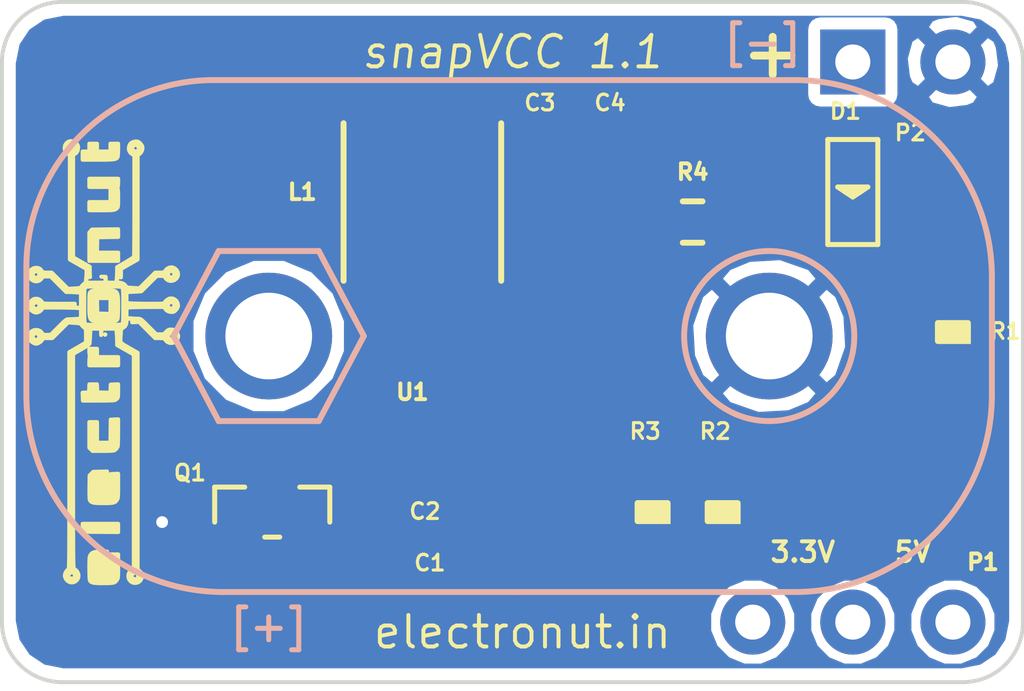
<source format=kicad_pcb>
(kicad_pcb (version 4) (host pcbnew "(2015-05-03 BZR 5637)-product")

  (general
    (links 26)
    (no_connects 24)
    (area 135.585999 96.469999 161.594001 113.842001)
    (thickness 1.6)
    (drawings 20)
    (tracks 0)
    (zones 0)
    (modules 17)
    (nets 11)
  )

  (page A4)
  (layers
    (0 F.Cu signal)
    (31 B.Cu signal)
    (32 B.Adhes user)
    (33 F.Adhes user)
    (34 B.Paste user)
    (35 F.Paste user)
    (36 B.SilkS user)
    (37 F.SilkS user)
    (38 B.Mask user)
    (39 F.Mask user)
    (40 Dwgs.User user hide)
    (41 Cmts.User user)
    (42 Eco1.User user)
    (43 Eco2.User user)
    (44 Edge.Cuts user)
    (45 Margin user)
    (46 B.CrtYd user)
    (47 F.CrtYd user)
    (48 B.Fab user)
    (49 F.Fab user)
  )

  (setup
    (last_trace_width 0.25)
    (trace_clearance 0.2)
    (zone_clearance 0.3)
    (zone_45_only no)
    (trace_min 0.2)
    (segment_width 0.2)
    (edge_width 0.1)
    (via_size 0.6)
    (via_drill 0.4)
    (via_min_size 0.4)
    (via_min_drill 0.3)
    (uvia_size 0.3)
    (uvia_drill 0.1)
    (uvias_allowed no)
    (uvia_min_size 0.2)
    (uvia_min_drill 0.1)
    (pcb_text_width 0.3)
    (pcb_text_size 1.5 1.5)
    (mod_edge_width 0.15)
    (mod_text_size 1 1)
    (mod_text_width 0.15)
    (pad_size 0.6 0.6)
    (pad_drill 0.3)
    (pad_to_mask_clearance 0)
    (aux_axis_origin 0 0)
    (visible_elements FFFFFF7F)
    (pcbplotparams
      (layerselection 0x00030_80000001)
      (usegerberextensions false)
      (excludeedgelayer true)
      (linewidth 0.100000)
      (plotframeref false)
      (viasonmask false)
      (mode 1)
      (useauxorigin false)
      (hpglpennumber 1)
      (hpglpenspeed 20)
      (hpglpendiameter 15)
      (hpglpenoverlay 2)
      (psnegative false)
      (psa4output false)
      (plotreference true)
      (plotvalue true)
      (plotinvisibletext false)
      (padsonsilk false)
      (subtractmaskfromsilk false)
      (outputformat 1)
      (mirror false)
      (drillshape 1)
      (scaleselection 1)
      (outputdirectory ""))
  )

  (net 0 "")
  (net 1 "Net-(BT1-Pad1)")
  (net 2 GND)
  (net 3 "Net-(C1-Pad1)")
  (net 4 "Net-(C3-Pad1)")
  (net 5 "Net-(L1-Pad1)")
  (net 6 "Net-(P1-Pad3)")
  (net 7 "Net-(P1-Pad1)")
  (net 8 "Net-(P1-Pad2)")
  (net 9 "Net-(D1-Pad1)")
  (net 10 "Net-(U1-Pad1)")

  (net_class Default "This is the default net class."
    (clearance 0.2)
    (trace_width 0.25)
    (via_dia 0.6)
    (via_drill 0.4)
    (uvia_dia 0.3)
    (uvia_drill 0.1)
    (add_net GND)
    (add_net "Net-(BT1-Pad1)")
    (add_net "Net-(C1-Pad1)")
    (add_net "Net-(C3-Pad1)")
    (add_net "Net-(D1-Pad1)")
    (add_net "Net-(L1-Pad1)")
    (add_net "Net-(P1-Pad1)")
    (add_net "Net-(P1-Pad2)")
    (add_net "Net-(P1-Pad3)")
    (add_net "Net-(U1-Pad1)")
  )

  (module PINHEAD1-3 (layer F.Cu) (tedit 56035599) (tstamp 56035413)
    (at 157.226 112.268)
    (path /560149B5)
    (attr virtual)
    (fp_text reference P1 (at 3.302 -1.524) (layer F.SilkS)
      (effects (font (size 0.4 0.4) (thickness 0.1)))
    )
    (fp_text value CONN_01X03 (at 0 3.81) (layer F.Fab) hide
      (effects (font (size 1 1) (thickness 0.15)))
    )
    (pad 1 thru_hole circle (at -2.54 0) (size 1.65 1.65) (drill 0.889) (layers *.Cu *.Mask)
      (net 7 "Net-(P1-Pad1)"))
    (pad 2 thru_hole circle (at 0 0) (size 1.651 1.651) (drill 0.889) (layers *.Cu *.Mask)
      (net 8 "Net-(P1-Pad2)"))
    (pad 3 thru_hole circle (at 2.54 0) (size 1.651 1.651) (drill 0.889) (layers *.Cu *.Mask)
      (net 6 "Net-(P1-Pad3)"))
  )

  (module snapVCC_lib:H2-2.54 (layer F.Cu) (tedit 5603564F) (tstamp 56021490)
    (at 158.496 98.044 90)
    (path /5601496D)
    (fp_text reference P2 (at -2.032 -0.254 360) (layer F.SilkS)
      (effects (font (size 0.4 0.4) (thickness 0.08)) (justify left bottom))
    )
    (fp_text value CONN_01X02 (at 1.65 -0.85 180) (layer F.SilkS) hide
      (effects (font (size 0.4 0.4) (thickness 0.08)) (justify right top))
    )
    (pad 1 thru_hole rect (at 0 -1.27 90) (size 1.651 1.651) (drill 0.889) (layers *.Cu *.Mask)
      (net 4 "Net-(C3-Pad1)"))
    (pad 2 thru_hole circle (at 0 1.27 90) (size 1.651 1.651) (drill 0.889) (layers *.Cu *.Mask)
      (net 2 GND))
  )

  (module Housings_SOT-23_SOT-143_TSOT-6:SOT-23-5 (layer F.Cu) (tedit 56024A11) (tstamp 560214B8)
    (at 148.844 106.426 270)
    (descr "5-pin SOT23 package")
    (tags SOT-23-5)
    (path /5601357D)
    (attr smd)
    (fp_text reference U1 (at 0 2.794 360) (layer F.SilkS)
      (effects (font (size 0.4 0.4) (thickness 0.1)))
    )
    (fp_text value TPS560200 (at -0.05 2.35 270) (layer F.Fab) hide
      (effects (font (size 1 1) (thickness 0.15)))
    )
    (fp_line (start -1.8 -1.6) (end 1.8 -1.6) (layer F.CrtYd) (width 0.05))
    (fp_line (start 1.8 -1.6) (end 1.8 1.6) (layer F.CrtYd) (width 0.05))
    (fp_line (start 1.8 1.6) (end -1.8 1.6) (layer F.CrtYd) (width 0.05))
    (fp_line (start -1.8 1.6) (end -1.8 -1.6) (layer F.CrtYd) (width 0.05))
    (pad 1 smd rect (at -1.1 -0.95 270) (size 1.06 0.65) (layers F.Cu F.Paste F.Mask)
      (net 10 "Net-(U1-Pad1)"))
    (pad 2 smd rect (at -1.1 0 270) (size 1.06 0.65) (layers F.Cu F.Paste F.Mask)
      (net 2 GND))
    (pad 3 smd rect (at -1.1 0.95 270) (size 1.06 0.65) (layers F.Cu F.Paste F.Mask)
      (net 5 "Net-(L1-Pad1)"))
    (pad 4 smd rect (at 1.1 0.95 270) (size 1.06 0.65) (layers F.Cu F.Paste F.Mask)
      (net 3 "Net-(C1-Pad1)"))
    (pad 5 smd rect (at 1.1 -0.95 270) (size 1.06 0.65) (layers F.Cu F.Paste F.Mask)
      (net 8 "Net-(P1-Pad2)"))
    (model Housings_SOT-23_SOT-143_TSOT-6.3dshapes/SOT-23-5.wrl
      (at (xyz 0 0 0))
      (scale (xyz 0.11 0.11 0.11))
      (rotate (xyz 0 0 90))
    )
  )

  (module snapVCC_lib:LED-0603 (layer F.Cu) (tedit 560250AA) (tstamp 5602147B)
    (at 157.226 101.346 270)
    (path /56016668)
    (fp_text reference D1 (at -2.286 -0.254 360) (layer F.SilkS)
      (effects (font (size 0.4 0.4) (thickness 0.08)) (justify right top))
    )
    (fp_text value LED (at 0.762 0.889 270) (layer F.SilkS) hide
      (effects (font (size 0.4 0.4) (thickness 0.08)) (justify right top))
    )
    (fp_line (start -1.3335 -0.635) (end 1.3335 -0.635) (layer F.SilkS) (width 0.127))
    (fp_line (start 1.3335 -0.635) (end 1.3335 0.635) (layer F.SilkS) (width 0.127))
    (fp_line (start 1.3335 0.635) (end -1.3335 0.635) (layer F.SilkS) (width 0.127))
    (fp_line (start -1.3335 0.635) (end -1.3335 -0.635) (layer F.SilkS) (width 0.127))
    (fp_line (start -0.127 -0.381) (end -0.127 0.381) (layer F.SilkS) (width 0.127))
    (fp_line (start -0.127 0.381) (end 0 0.1905) (layer F.SilkS) (width 0.127))
    (fp_line (start 0 0.1905) (end 0.127 0) (layer F.SilkS) (width 0.127))
    (fp_line (start 0.127 0) (end 0 -0.1905) (layer F.SilkS) (width 0.127))
    (fp_line (start 0 -0.1905) (end -0.127 -0.381) (layer F.SilkS) (width 0.127))
    (fp_line (start -0.0635 -0.254) (end -0.0635 0.254) (layer F.SilkS) (width 0.127))
    (fp_line (start 0 -0.1905) (end 0 0.1905) (layer F.SilkS) (width 0.127))
    (pad 2 smd rect (at -0.762 0 270) (size 0.762 0.889) (layers F.Cu F.Paste F.Mask)
      (net 4 "Net-(C3-Pad1)"))
    (pad 1 smd rect (at 0.762 0 270) (size 0.762 0.889) (layers F.Cu F.Paste F.Mask)
      (net 9 "Net-(D1-Pad1)"))
  )

  (module snapVCC_lib:KEY967 (layer B.Cu) (tedit 56035547) (tstamp 5602145D)
    (at 148.7551 105.0036)
    (path /56012F4C)
    (fp_text reference BT1 (at 0.0489 -0.0464) (layer B.SilkS) hide
      (effects (font (size 0.4 0.4) (thickness 0.08)) (justify mirror))
    )
    (fp_text value "Battery Holder" (at -0.0011 0.7536) (layer B.SilkS) hide
      (effects (font (size 0.4 0.4) (thickness 0.08)) (justify mirror))
    )
    (fp_line (start -5.08 2.159) (end -3.937 0) (layer B.SilkS) (width 0.15))
    (fp_line (start -3.937 0) (end -5.08 -2.159) (layer B.SilkS) (width 0.15))
    (fp_line (start -7.62 2.159) (end -5.08 2.159) (layer B.SilkS) (width 0.15))
    (fp_line (start -7.62 -2.159) (end -5.08 -2.159) (layer B.SilkS) (width 0.15))
    (fp_line (start -7.62 2.159) (end -8.763 0) (layer B.SilkS) (width 0.15))
    (fp_line (start -8.763 0) (end -7.62 -2.159) (layer B.SilkS) (width 0.15))
    (fp_circle (center 6.35 0) (end 4.191 0) (layer B.SilkS) (width 0.15))
    (fp_arc (start 7 -1.5) (end 12 -1.5) (angle -90) (layer B.SilkS) (width 0.15))
    (fp_arc (start 7 1.5) (end 7 6.5) (angle -90) (layer B.SilkS) (width 0.15))
    (fp_line (start 12 0) (end 12 1.5) (layer B.SilkS) (width 0.15))
    (fp_line (start 12 0) (end 12 -1.5) (layer B.SilkS) (width 0.15))
    (fp_line (start 0 6.5) (end 7 6.5) (layer B.SilkS) (width 0.15))
    (fp_line (start 0 -6.5) (end 7 -6.5) (layer B.SilkS) (width 0.15))
    (fp_line (start -7.75 -6.5) (end 0 -6.5) (layer B.SilkS) (width 0.15))
    (fp_arc (start -7.75 -1.75) (end -7.75 -6.5) (angle -90) (layer B.SilkS) (width 0.15))
    (fp_line (start -12.5 1.5) (end -12.5 -1.75) (layer B.SilkS) (width 0.15))
    (fp_arc (start -7.5 1.5) (end -12.5 1.5) (angle -90) (layer B.SilkS) (width 0.15))
    (fp_line (start 0 6.5) (end -7.5 6.5) (layer B.SilkS) (width 0.15))
    (fp_text user [+] (at -6.35 7.366) (layer B.SilkS)
      (effects (font (size 0.762 0.762) (thickness 0.127)) (justify mirror))
    )
    (fp_text user [-] (at 6.1849 -7.4676) (layer B.SilkS)
      (effects (font (size 0.762 0.762) (thickness 0.127)) (justify mirror))
    )
    (pad 1 thru_hole circle (at -6.35 0) (size 3.216 3.216) (drill 2.2) (layers *.Cu *.Mask)
      (net 1 "Net-(BT1-Pad1)"))
    (pad 2 thru_hole circle (at 6.35 0) (size 3.216 3.216) (drill 2.2) (layers *.Cu *.Mask)
      (net 2 GND))
  )

  (module snapVCC_lib:0603-CAP (layer F.Cu) (tedit 560253C7) (tstamp 56021463)
    (at 148.59 110.744)
    (path /56013D58)
    (fp_text reference C1 (at -2.54 0.254) (layer F.SilkS)
      (effects (font (size 0.4 0.4) (thickness 0.08)) (justify left bottom))
    )
    (fp_text value 10uF (at -1.016 1.143) (layer F.SilkS) hide
      (effects (font (size 0.4 0.4) (thickness 0.08)) (justify left bottom))
    )
    (fp_poly (pts (xy -0.8382 0.4699) (xy -0.3381 0.4699) (xy -0.3381 -0.4801) (xy -0.8382 -0.4801)) (layer Dwgs.User) (width 0.15))
    (fp_poly (pts (xy 0.3302 0.4699) (xy 0.8303 0.4699) (xy 0.8303 -0.4801) (xy 0.3302 -0.4801)) (layer Dwgs.User) (width 0.15))
    (fp_poly (pts (xy -0.1999 0.3) (xy 0.1999 0.3) (xy 0.1999 -0.3) (xy -0.1999 -0.3)) (layer F.Adhes) (width 0.15))
    (pad 1 smd rect (at -0.85 0) (size 1.1 1) (layers F.Cu F.Paste F.Mask)
      (net 3 "Net-(C1-Pad1)"))
    (pad 2 smd rect (at 0.85 0) (size 1.1 1) (layers F.Cu F.Paste F.Mask)
      (net 2 GND))
  )

  (module snapVCC_lib:0402-CAP (layer F.Cu) (tedit 560253C3) (tstamp 56021469)
    (at 148.59 109.22)
    (descr "<b>CAPACITOR</b><p> chip")
    (path /56013D93)
    (attr smd)
    (fp_text reference C2 (at -1.778 0) (layer F.SilkS)
      (effects (font (size 0.4 0.4) (thickness 0.08)) (justify right top))
    )
    (fp_text value 0.1uF (at 0.45 0.6) (layer F.SilkS) hide
      (effects (font (size 0.4 0.4) (thickness 0.08)) (justify right top))
    )
    (fp_poly (pts (xy -0.554 0.3048) (xy -0.254 0.3048) (xy -0.254 -0.2951) (xy -0.554 -0.2951)) (layer Dwgs.User) (width 0.15))
    (fp_poly (pts (xy 0.2588 0.3048) (xy 0.5588 0.3048) (xy 0.5588 -0.2951) (xy 0.2588 -0.2951)) (layer Dwgs.User) (width 0.15))
    (fp_poly (pts (xy -0.1999 0.3) (xy 0.1999 0.3) (xy 0.1999 -0.3) (xy -0.1999 -0.3)) (layer F.Adhes) (width 0.15))
    (pad 1 smd rect (at -0.65 0) (size 0.7 0.9) (layers F.Cu F.Paste F.Mask)
      (net 3 "Net-(C1-Pad1)"))
    (pad 2 smd rect (at 0.65 0) (size 0.7 0.9) (layers F.Cu F.Paste F.Mask)
      (net 2 GND))
  )

  (module snapVCC_lib:0603-CAP (layer F.Cu) (tedit 56024B17) (tstamp 5602146F)
    (at 149.352 101.346 270)
    (path /56013DB4)
    (fp_text reference C3 (at -2.032 0.508 540) (layer F.SilkS)
      (effects (font (size 0.4 0.4) (thickness 0.08)) (justify left bottom))
    )
    (fp_text value 10uF (at -1.016 1.143 270) (layer F.SilkS) hide
      (effects (font (size 0.4 0.4) (thickness 0.08)) (justify left bottom))
    )
    (fp_poly (pts (xy -0.8382 0.4699) (xy -0.3381 0.4699) (xy -0.3381 -0.4801) (xy -0.8382 -0.4801)) (layer Dwgs.User) (width 0.15))
    (fp_poly (pts (xy 0.3302 0.4699) (xy 0.8303 0.4699) (xy 0.8303 -0.4801) (xy 0.3302 -0.4801)) (layer Dwgs.User) (width 0.15))
    (fp_poly (pts (xy -0.1999 0.3) (xy 0.1999 0.3) (xy 0.1999 -0.3) (xy -0.1999 -0.3)) (layer F.Adhes) (width 0.15))
    (pad 1 smd rect (at -0.85 0 270) (size 1.1 1) (layers F.Cu F.Paste F.Mask)
      (net 4 "Net-(C3-Pad1)"))
    (pad 2 smd rect (at 0.85 0 270) (size 1.1 1) (layers F.Cu F.Paste F.Mask)
      (net 2 GND))
  )

  (module snapVCC_lib:0603-CAP (layer F.Cu) (tedit 560253F3) (tstamp 56021475)
    (at 151.13 101.346 270)
    (path /56013DDC)
    (fp_text reference C4 (at -2.032 0.508 360) (layer F.SilkS)
      (effects (font (size 0.4 0.4) (thickness 0.08)) (justify left bottom))
    )
    (fp_text value 10uF (at -1.016 1.143 270) (layer F.SilkS) hide
      (effects (font (size 0.4 0.4) (thickness 0.08)) (justify left bottom))
    )
    (fp_poly (pts (xy -0.8382 0.4699) (xy -0.3381 0.4699) (xy -0.3381 -0.4801) (xy -0.8382 -0.4801)) (layer Dwgs.User) (width 0.15))
    (fp_poly (pts (xy 0.3302 0.4699) (xy 0.8303 0.4699) (xy 0.8303 -0.4801) (xy 0.3302 -0.4801)) (layer Dwgs.User) (width 0.15))
    (fp_poly (pts (xy -0.1999 0.3) (xy 0.1999 0.3) (xy 0.1999 -0.3) (xy -0.1999 -0.3)) (layer F.Adhes) (width 0.15))
    (pad 1 smd rect (at -0.85 0 270) (size 1.1 1) (layers F.Cu F.Paste F.Mask)
      (net 4 "Net-(C3-Pad1)"))
    (pad 2 smd rect (at 0.85 0 270) (size 1.1 1) (layers F.Cu F.Paste F.Mask)
      (net 2 GND))
  )

  (module snapVCC_lib:L-4mm (layer F.Cu) (tedit 56024767) (tstamp 56021483)
    (at 146.304 101.6 90)
    (path /56013F11)
    (fp_text reference L1 (at 0.254 -3.048 180) (layer F.SilkS)
      (effects (font (size 0.4 0.4) (thickness 0.1)))
    )
    (fp_text value 10uH (at 0 -3.81 90) (layer F.Fab) hide
      (effects (font (size 1 1) (thickness 0.15)))
    )
    (fp_line (start -2 2) (end 2 2) (layer F.SilkS) (width 0.15))
    (fp_line (start -2 -2) (end 2 -2) (layer F.SilkS) (width 0.15))
    (pad 1 smd rect (at -2 0 90) (size 1.2 3.7) (layers F.Cu F.Paste F.Mask)
      (net 5 "Net-(L1-Pad1)"))
    (pad 2 smd rect (at 2 0 90) (size 1.2 3.7) (layers F.Cu F.Paste F.Mask)
      (net 4 "Net-(C3-Pad1)"))
  )

  (module snapVCC_lib:SOT23 (layer F.Cu) (tedit 56024759) (tstamp 56021497)
    (at 142.494 109.474)
    (descr <b>SOT23</b>)
    (path /56012F07)
    (fp_text reference Q1 (at -2.54 -0.762) (layer F.SilkS)
      (effects (font (size 0.4 0.4) (thickness 0.08)) (justify left bottom))
    )
    (fp_text value IRLML9301TRPbF (at -0.508 0.254) (layer F.SilkS) hide
      (effects (font (size 0.4 0.4) (thickness 0.08)) (justify left bottom))
    )
    (fp_line (start -0.1905 0.635) (end 0.1905 0.635) (layer F.SilkS) (width 0.127))
    (fp_line (start 1.4605 0.254) (end 1.4605 -0.635) (layer F.SilkS) (width 0.127))
    (fp_line (start 1.4605 -0.635) (end 0.6985 -0.635) (layer F.SilkS) (width 0.127))
    (fp_line (start -0.6985 -0.635) (end -1.4605 -0.635) (layer F.SilkS) (width 0.127))
    (fp_line (start -1.4605 -0.635) (end -1.4605 0.254) (layer F.SilkS) (width 0.127))
    (fp_poly (pts (xy -0.2286 -0.7112) (xy 0.2286 -0.7112) (xy 0.2286 -1.2954) (xy -0.2286 -1.2954)) (layer Dwgs.User) (width 0.15))
    (fp_poly (pts (xy 0.7112 1.2954) (xy 1.1684 1.2954) (xy 1.1684 0.7112) (xy 0.7112 0.7112)) (layer Dwgs.User) (width 0.15))
    (fp_poly (pts (xy -1.1684 1.2954) (xy -0.7112 1.2954) (xy -0.7112 0.7112) (xy -1.1684 0.7112)) (layer Dwgs.User) (width 0.15))
    (pad 3 smd rect (at 0 -1.016) (size 1.016 1.143) (layers F.Cu F.Paste F.Mask)
      (net 1 "Net-(BT1-Pad1)"))
    (pad 2 smd rect (at 0.889 1.016) (size 1.016 1.143) (layers F.Cu F.Paste F.Mask)
      (net 3 "Net-(C1-Pad1)"))
    (pad 1 smd rect (at -0.889 1.016 180) (size 1.016 1.143) (layers F.Cu F.Paste F.Mask)
      (net 2 GND))
  )

  (module snapVCC_lib:0603-RES (layer F.Cu) (tedit 560253E6) (tstamp 5602149D)
    (at 159.766 104.902 270)
    (path /56013E03)
    (fp_text reference R1 (at -0.254 -1.778 360) (layer F.SilkS)
      (effects (font (size 0.4 0.4) (thickness 0.08)) (justify right top))
    )
    (fp_text value 62 (at 0.4 -1.05 270) (layer F.SilkS) hide
      (effects (font (size 0.4 0.4) (thickness 0.08)) (justify right top))
    )
    (fp_poly (pts (xy -0.8382 0.4699) (xy -0.3381 0.4699) (xy -0.3381 -0.4801) (xy -0.8382 -0.4801)) (layer Dwgs.User) (width 0.15))
    (fp_poly (pts (xy 0.3302 0.4699) (xy 0.8303 0.4699) (xy 0.8303 -0.4801) (xy 0.3302 -0.4801)) (layer Dwgs.User) (width 0.15))
    (fp_poly (pts (xy -0.1999 0.3) (xy 0.1999 0.3) (xy 0.1999 -0.3) (xy -0.1999 -0.3)) (layer F.Adhes) (width 0.15))
    (fp_poly (pts (xy -0.2286 0.381) (xy 0.2286 0.381) (xy 0.2286 -0.381) (xy -0.2286 -0.381)) (layer F.SilkS) (width 0.15))
    (pad 1 smd rect (at -0.85 0 270) (size 1.1 1) (layers F.Cu F.Paste F.Mask)
      (net 4 "Net-(C3-Pad1)"))
    (pad 2 smd rect (at 0.85 0 270) (size 1.1 1) (layers F.Cu F.Paste F.Mask)
      (net 6 "Net-(P1-Pad3)"))
  )

  (module snapVCC_lib:0603-RES (layer F.Cu) (tedit 560253D9) (tstamp 560214A3)
    (at 153.924 109.474 270)
    (path /56013E3C)
    (fp_text reference R2 (at -2.286 -0.254 360) (layer F.SilkS)
      (effects (font (size 0.4 0.4) (thickness 0.08)) (justify right top))
    )
    (fp_text value 43 (at 0.4 -1.05 270) (layer F.SilkS) hide
      (effects (font (size 0.4 0.4) (thickness 0.08)) (justify right top))
    )
    (fp_poly (pts (xy -0.8382 0.4699) (xy -0.3381 0.4699) (xy -0.3381 -0.4801) (xy -0.8382 -0.4801)) (layer Dwgs.User) (width 0.15))
    (fp_poly (pts (xy 0.3302 0.4699) (xy 0.8303 0.4699) (xy 0.8303 -0.4801) (xy 0.3302 -0.4801)) (layer Dwgs.User) (width 0.15))
    (fp_poly (pts (xy -0.1999 0.3) (xy 0.1999 0.3) (xy 0.1999 -0.3) (xy -0.1999 -0.3)) (layer F.Adhes) (width 0.15))
    (fp_poly (pts (xy -0.2286 0.381) (xy 0.2286 0.381) (xy 0.2286 -0.381) (xy -0.2286 -0.381)) (layer F.SilkS) (width 0.15))
    (pad 1 smd rect (at -0.85 0 270) (size 1.1 1) (layers F.Cu F.Paste F.Mask)
      (net 6 "Net-(P1-Pad3)"))
    (pad 2 smd rect (at 0.85 0 270) (size 1.1 1) (layers F.Cu F.Paste F.Mask)
      (net 8 "Net-(P1-Pad2)"))
  )

  (module snapVCC_lib:0603-RES (layer F.Cu) (tedit 560253D1) (tstamp 560214A9)
    (at 152.146 109.474 270)
    (path /56013E65)
    (fp_text reference R3 (at -2.286 -0.254 360) (layer F.SilkS)
      (effects (font (size 0.4 0.4) (thickness 0.08)) (justify right top))
    )
    (fp_text value 20k (at 0.4 -1.05 270) (layer F.SilkS) hide
      (effects (font (size 0.4 0.4) (thickness 0.08)) (justify right top))
    )
    (fp_poly (pts (xy -0.8382 0.4699) (xy -0.3381 0.4699) (xy -0.3381 -0.4801) (xy -0.8382 -0.4801)) (layer Dwgs.User) (width 0.15))
    (fp_poly (pts (xy 0.3302 0.4699) (xy 0.8303 0.4699) (xy 0.8303 -0.4801) (xy 0.3302 -0.4801)) (layer Dwgs.User) (width 0.15))
    (fp_poly (pts (xy -0.1999 0.3) (xy 0.1999 0.3) (xy 0.1999 -0.3) (xy -0.1999 -0.3)) (layer F.Adhes) (width 0.15))
    (fp_poly (pts (xy -0.2286 0.381) (xy 0.2286 0.381) (xy 0.2286 -0.381) (xy -0.2286 -0.381)) (layer F.SilkS) (width 0.15))
    (pad 1 smd rect (at -0.85 0 270) (size 1.1 1) (layers F.Cu F.Paste F.Mask)
      (net 8 "Net-(P1-Pad2)"))
    (pad 2 smd rect (at 0.85 0 270) (size 1.1 1) (layers F.Cu F.Paste F.Mask)
      (net 2 GND))
  )

  (module Resistors_SMD:R_0402 (layer F.Cu) (tedit 560250B2) (tstamp 560214AF)
    (at 153.162 102.108 180)
    (descr "Resistor SMD 0402, reflow soldering, Vishay (see dcrcw.pdf)")
    (tags "resistor 0402")
    (path /56016631)
    (attr smd)
    (fp_text reference R4 (at 0 1.27 180) (layer F.SilkS)
      (effects (font (size 0.4 0.4) (thickness 0.1)))
    )
    (fp_text value 3.1k (at 0 1.8 180) (layer F.Fab) hide
      (effects (font (size 1 1) (thickness 0.15)))
    )
    (fp_line (start -0.95 -0.65) (end 0.95 -0.65) (layer F.CrtYd) (width 0.05))
    (fp_line (start -0.95 0.65) (end 0.95 0.65) (layer F.CrtYd) (width 0.05))
    (fp_line (start -0.95 -0.65) (end -0.95 0.65) (layer F.CrtYd) (width 0.05))
    (fp_line (start 0.95 -0.65) (end 0.95 0.65) (layer F.CrtYd) (width 0.05))
    (fp_line (start 0.25 -0.525) (end -0.25 -0.525) (layer F.SilkS) (width 0.15))
    (fp_line (start -0.25 0.525) (end 0.25 0.525) (layer F.SilkS) (width 0.15))
    (pad 1 smd rect (at -0.45 0 180) (size 0.4 0.6) (layers F.Cu F.Paste F.Mask)
      (net 9 "Net-(D1-Pad1)"))
    (pad 2 smd rect (at 0.45 0 180) (size 0.4 0.6) (layers F.Cu F.Paste F.Mask)
      (net 2 GND))
    (model Resistors_SMD.3dshapes/R_0402.wrl
      (at (xyz 0 0 0))
      (scale (xyz 1 1 1))
      (rotate (xyz 0 0 0))
    )
  )

  (module snapVCC_lib:via (layer F.Cu) (tedit 56022A20) (tstamp 56022995)
    (at 139.7 109.728)
    (fp_text reference via (at 0 -0.508) (layer F.SilkS) hide
      (effects (font (size 0.4 0.4) (thickness 0.08)))
    )
    (fp_text value VAL** (at 0 0.508) (layer F.SilkS) hide
      (effects (font (size 0.4 0.4) (thickness 0.08)))
    )
    (pad 1 thru_hole circle (at 0 0) (size 0.6 0.6) (drill 0.3) (layers *.Cu)
      (net 2 GND) (zone_connect 2))
  )

  (module snapVCC_lib:logo-12mm (layer F.Cu) (tedit 0) (tstamp 56024A73)
    (at 138.176 105.664 90)
    (fp_text reference G*** (at 0 0 90) (layer F.SilkS) hide
      (effects (font (thickness 0.3)))
    )
    (fp_text value LOGO (at 0.75 0 90) (layer F.SilkS) hide
      (effects (font (thickness 0.3)))
    )
    (fp_poly (pts (xy 5.611578 -0.801058) (xy 5.607527 -0.741239) (xy 5.580553 -0.683352) (xy 5.553418 -0.652639)
      (xy 5.515545 -0.622962) (xy 5.515545 -0.794409) (xy 5.500017 -0.833232) (xy 5.49527 -0.838603)
      (xy 5.458356 -0.858239) (xy 5.415359 -0.858086) (xy 5.378415 -0.839035) (xy 5.370078 -0.829416)
      (xy 5.350044 -0.784561) (xy 5.357407 -0.744219) (xy 5.376333 -0.719666) (xy 5.417545 -0.695074)
      (xy 5.461453 -0.696635) (xy 5.491639 -0.714798) (xy 5.51262 -0.750458) (xy 5.515545 -0.794409)
      (xy 5.515545 -0.622962) (xy 5.514765 -0.62235) (xy 5.47725 -0.609133) (xy 5.439544 -0.606778)
      (xy 5.368221 -0.618019) (xy 5.313955 -0.651692) (xy 5.283527 -0.69354) (xy 5.262719 -0.733778)
      (xy 3.961287 -0.733778) (xy 2.659854 -0.733778) (xy 2.539954 -0.522585) (xy 2.420055 -0.311393)
      (xy 2.304793 -0.310919) (xy 2.24855 -0.309819) (xy 2.202041 -0.307322) (xy 2.173455 -0.303914)
      (xy 2.169991 -0.302947) (xy 2.157398 -0.304383) (xy 2.154552 -0.325755) (xy 2.15627 -0.34528)
      (xy 2.162087 -0.395111) (xy 2.089988 -0.395111) (xy 2.017889 -0.395111) (xy 2.017889 -0.155222)
      (xy 2.017889 0.084667) (xy 2.087592 0.084667) (xy 2.157296 0.084667) (xy 2.163358 0.03175)
      (xy 2.16942 -0.021166) (xy 2.167738 0.035278) (xy 2.166055 0.091722) (xy 2.091972 0.095988)
      (xy 2.017889 0.100253) (xy 2.017889 0.2315) (xy 2.017889 0.362748) (xy 2.125851 0.371874)
      (xy 2.194388 0.376588) (xy 2.266698 0.379885) (xy 2.322023 0.381) (xy 2.410232 0.381)
      (xy 2.531622 0.591181) (xy 2.572803 0.660805) (xy 2.61066 0.721704) (xy 2.642428 0.769668)
      (xy 2.665341 0.800484) (xy 2.675271 0.809903) (xy 2.692375 0.811158) (xy 2.735667 0.812358)
      (xy 2.803114 0.813488) (xy 2.892682 0.814536) (xy 3.002339 0.815489) (xy 3.13005 0.816332)
      (xy 3.273781 0.817053) (xy 3.4315 0.817638) (xy 3.601173 0.818074) (xy 3.780766 0.818347)
      (xy 3.968245 0.818445) (xy 3.973069 0.818445) (xy 5.248608 0.818445) (xy 5.269855 0.777357)
      (xy 5.312526 0.720638) (xy 5.368333 0.686504) (xy 5.42127 0.677334) (xy 5.493927 0.68895)
      (xy 5.549578 0.722418) (xy 5.586186 0.775662) (xy 5.601712 0.846607) (xy 5.602111 0.861488)
      (xy 5.597499 0.905014) (xy 5.57956 0.939817) (xy 5.554965 0.967191) (xy 5.517395 0.998351)
      (xy 5.513449 1.00063) (xy 5.513449 0.851769) (xy 5.505963 0.812317) (xy 5.481356 0.782126)
      (xy 5.445149 0.766719) (xy 5.402865 0.77162) (xy 5.384482 0.781153) (xy 5.3549 0.815581)
      (xy 5.348675 0.861089) (xy 5.362718 0.904039) (xy 5.388951 0.926965) (xy 5.426948 0.932853)
      (xy 5.466508 0.922386) (xy 5.497429 0.896248) (xy 5.498292 0.894962) (xy 5.513449 0.851769)
      (xy 5.513449 1.00063) (xy 5.479306 1.020352) (xy 5.467674 1.024412) (xy 5.411425 1.025695)
      (xy 5.352942 1.006846) (xy 5.30353 0.972498) (xy 5.284838 0.949516) (xy 5.256389 0.904198)
      (xy 3.929944 0.90318) (xy 2.6035 0.902163) (xy 2.483601 0.69097) (xy 2.363701 0.479778)
      (xy 2.257128 0.479778) (xy 2.150556 0.479778) (xy 2.156322 0.430389) (xy 2.162087 0.381)
      (xy 2.089988 0.381) (xy 2.017889 0.381) (xy 2.017889 0.431784) (xy 2.008249 0.494495)
      (xy 1.982497 0.55106) (xy 1.945388 0.59209) (xy 1.932734 0.599975) (xy 1.919111 0.607894)
      (xy 1.919111 0.044785) (xy 1.918975 -0.080563) (xy 1.91847 -0.180708) (xy 1.917443 -0.258666)
      (xy 1.915747 -0.317455) (xy 1.913231 -0.360092) (xy 1.909745 -0.389596) (xy 1.90514 -0.408983)
      (xy 1.899266 -0.42127) (xy 1.895757 -0.42575) (xy 1.887505 -0.433011) (xy 1.875303 -0.438772)
      (xy 1.862666 -0.441687) (xy 1.862666 -0.612646) (xy 1.862666 -0.613833) (xy 1.861956 -0.658202)
      (xy 1.857297 -0.681296) (xy 1.844902 -0.690061) (xy 1.82098 -0.691444) (xy 1.820333 -0.691444)
      (xy 1.796132 -0.690141) (xy 1.783535 -0.6816) (xy 1.778754 -0.658875) (xy 1.778 -0.61502)
      (xy 1.778 -0.613833) (xy 1.778711 -0.569464) (xy 1.783369 -0.54637) (xy 1.795765 -0.537605)
      (xy 1.819686 -0.536222) (xy 1.820333 -0.536222) (xy 1.844534 -0.537525) (xy 1.857131 -0.546066)
      (xy 1.861912 -0.568791) (xy 1.862666 -0.612646) (xy 1.862666 -0.441687) (xy 1.85608 -0.443206)
      (xy 1.826765 -0.446484) (xy 1.784287 -0.448778) (xy 1.725574 -0.450261) (xy 1.647555 -0.451103)
      (xy 1.547159 -0.451477) (xy 1.434729 -0.451555) (xy 1.310452 -0.451417) (xy 1.211352 -0.450898)
      (xy 1.134386 -0.449847) (xy 1.086555 -0.448412) (xy 1.086555 -0.612646) (xy 1.086555 -0.613833)
      (xy 1.085844 -0.658202) (xy 1.081186 -0.681296) (xy 1.06879 -0.690061) (xy 1.044869 -0.691444)
      (xy 1.044222 -0.691444) (xy 1.020021 -0.690141) (xy 1.007424 -0.6816) (xy 1.002643 -0.658875)
      (xy 1.001889 -0.61502) (xy 1.001889 -0.613833) (xy 1.002599 -0.569464) (xy 1.007258 -0.54637)
      (xy 1.019653 -0.537605) (xy 1.043575 -0.536222) (xy 1.044222 -0.536222) (xy 1.068423 -0.537525)
      (xy 1.08102 -0.546066) (xy 1.085801 -0.568791) (xy 1.086555 -0.612646) (xy 1.086555 -0.448412)
      (xy 1.07651 -0.44811) (xy 1.03468 -0.445532) (xy 1.005851 -0.441962) (xy 0.986981 -0.437245)
      (xy 0.975025 -0.431229) (xy 0.97125 -0.428202) (xy 0.964041 -0.420013) (xy 0.95831 -0.407903)
      (xy 0.953887 -0.388828) (xy 0.950606 -0.359741) (xy 0.948298 -0.3176) (xy 0.946796 -0.25936)
      (xy 0.945931 -0.181975) (xy 0.945537 -0.082402) (xy 0.945444 0.039882) (xy 0.94558 0.16523)
      (xy 0.946085 0.265375) (xy 0.947112 0.343333) (xy 0.948808 0.402122) (xy 0.951324 0.444759)
      (xy 0.95481 0.474263) (xy 0.959415 0.49365) (xy 0.965289 0.505937) (xy 0.968798 0.510417)
      (xy 0.97705 0.517678) (xy 0.989252 0.523439) (xy 1.008475 0.527873) (xy 1.03779 0.531151)
      (xy 1.080268 0.533445) (xy 1.138981 0.534928) (xy 1.217 0.53577) (xy 1.317396 0.536144)
      (xy 1.429826 0.536222) (xy 1.554103 0.536084) (xy 1.653203 0.535565) (xy 1.730169 0.534514)
      (xy 1.788045 0.532777) (xy 1.829875 0.530199) (xy 1.858704 0.526629) (xy 1.877574 0.521912)
      (xy 1.88953 0.515896) (xy 1.893305 0.512869) (xy 1.900514 0.50468) (xy 1.906245 0.49257)
      (xy 1.910668 0.473495) (xy 1.913949 0.444408) (xy 1.916257 0.402267) (xy 1.917759 0.344027)
      (xy 1.918624 0.266642) (xy 1.919018 0.167069) (xy 1.919111 0.044785) (xy 1.919111 0.607894)
      (xy 1.916007 0.609699) (xy 1.904518 0.621946) (xy 1.896834 0.642085) (xy 1.89152 0.675484)
      (xy 1.887141 0.72751) (xy 1.883459 0.784356) (xy 1.876778 0.891281) (xy 1.876778 0.691445)
      (xy 1.875853 0.649677) (xy 1.870166 0.62885) (xy 1.855349 0.621681) (xy 1.834444 0.620889)
      (xy 1.809384 0.622431) (xy 1.796887 0.631908) (xy 1.792586 0.656603) (xy 1.792111 0.691445)
      (xy 1.793036 0.733212) (xy 1.798722 0.75404) (xy 1.813539 0.761208) (xy 1.834444 0.762)
      (xy 1.859504 0.760459) (xy 1.872001 0.750981) (xy 1.876302 0.726287) (xy 1.876778 0.691445)
      (xy 1.876778 0.891281) (xy 1.873199 0.948562) (xy 2.072544 1.148263) (xy 2.271889 1.347964)
      (xy 2.272432 1.460677) (xy 2.273159 1.516957) (xy 2.276241 1.552256) (xy 2.284036 1.573812)
      (xy 2.298899 1.588866) (xy 2.318293 1.601611) (xy 2.366745 1.645996) (xy 2.397808 1.703751)
      (xy 2.40723 1.76589) (xy 2.405049 1.784867) (xy 2.381409 1.843668) (xy 2.338869 1.889963)
      (xy 2.312664 1.904288) (xy 2.312664 1.73694) (xy 2.300081 1.701189) (xy 2.292303 1.692709)
      (xy 2.251764 1.674112) (xy 2.208794 1.676706) (xy 2.17165 1.697008) (xy 2.148584 1.731537)
      (xy 2.144889 1.754892) (xy 2.156957 1.793802) (xy 2.18736 1.821234) (xy 2.227392 1.833793)
      (xy 2.268346 1.828085) (xy 2.292047 1.81227) (xy 2.309976 1.778434) (xy 2.312664 1.73694)
      (xy 2.312664 1.904288) (xy 2.284108 1.9199) (xy 2.223803 1.92963) (xy 2.17259 1.918896)
      (xy 2.1168 1.883) (xy 2.079464 1.833085) (xy 2.06107 1.775217) (xy 2.062106 1.715459)
      (xy 2.08306 1.659878) (xy 2.124419 1.61454) (xy 2.146984 1.600528) (xy 2.168473 1.587538)
      (xy 2.180533 1.571421) (xy 2.185872 1.544398) (xy 2.187199 1.498692) (xy 2.187222 1.485009)
      (xy 2.187222 1.390298) (xy 1.991218 1.192566) (xy 1.795214 0.994834) (xy 1.786764 0.853722)
      (xy 1.783081 0.787912) (xy 1.780175 0.727813) (xy 1.778452 0.682255) (xy 1.778157 0.66675)
      (xy 1.778 0.620889) (xy 1.63898 0.620889) (xy 1.499961 0.620889) (xy 1.490898 0.737306)
      (xy 1.488361 0.784352) (xy 1.486091 0.854116) (xy 1.484193 0.941093) (xy 1.482773 1.039781)
      (xy 1.481935 1.144675) (xy 1.481751 1.216133) (xy 1.481815 1.326617) (xy 1.482226 1.412168)
      (xy 1.48323 1.476073) (xy 1.485069 1.521622) (xy 1.487987 1.552103) (xy 1.492229 1.570804)
      (xy 1.498038 1.581013) (xy 1.505657 1.58602) (xy 1.509269 1.587303) (xy 1.545568 1.610279)
      (xy 1.580852 1.65084) (xy 1.607618 1.699107) (xy 1.616681 1.728762) (xy 1.614921 1.78912)
      (xy 1.590381 1.844652) (xy 1.5485 1.890013) (xy 1.522132 1.904646) (xy 1.522132 1.775075)
      (xy 1.520681 1.733721) (xy 1.501111 1.696364) (xy 1.481666 1.681971) (xy 1.481666 0.691445)
      (xy 1.480742 0.649677) (xy 1.475055 0.62885) (xy 1.460238 0.621681) (xy 1.439333 0.620889)
      (xy 1.414273 0.622431) (xy 1.401776 0.631908) (xy 1.397475 0.656603) (xy 1.397 0.691445)
      (xy 1.397925 0.733212) (xy 1.403611 0.75404) (xy 1.418428 0.761208) (xy 1.439333 0.762)
      (xy 1.464393 0.760459) (xy 1.47689 0.750981) (xy 1.481191 0.726287) (xy 1.481666 0.691445)
      (xy 1.481666 1.681971) (xy 1.467057 1.671159) (xy 1.436193 1.665111) (xy 1.403072 1.677079)
      (xy 1.373033 1.706022) (xy 1.355853 1.741496) (xy 1.354666 1.752195) (xy 1.366698 1.792626)
      (xy 1.397056 1.821108) (xy 1.437136 1.834128) (xy 1.478332 1.828173) (xy 1.501825 1.81227)
      (xy 1.522132 1.775075) (xy 1.522132 1.904646) (xy 1.494717 1.919861) (xy 1.43447 1.92885)
      (xy 1.415378 1.926575) (xy 1.366493 1.907359) (xy 1.319181 1.872299) (xy 1.316865 1.870021)
      (xy 1.285611 1.83294) (xy 1.272149 1.796847) (xy 1.27 1.764599) (xy 1.280852 1.692962)
      (xy 1.311818 1.636151) (xy 1.354905 1.601488) (xy 1.397 1.57972) (xy 1.396915 1.216721)
      (xy 1.39653 1.110677) (xy 1.395492 1.007137) (xy 1.393907 0.911597) (xy 1.391879 0.829553)
      (xy 1.389514 0.766501) (xy 1.387768 0.737306) (xy 1.378706 0.620889) (xy 1.248833 0.620889)
      (xy 1.118961 0.620889) (xy 1.109898 0.737306) (xy 1.105496 0.801748) (xy 1.102248 0.8643)
      (xy 1.100779 0.912672) (xy 1.100751 0.917411) (xy 1.100187 0.939685) (xy 1.09683 0.959142)
      (xy 1.088077 0.979215) (xy 1.071329 1.003337) (xy 1.043987 1.034939) (xy 1.003449 1.077453)
      (xy 0.947116 1.134311) (xy 0.903111 1.178278) (xy 0.705555 1.375455) (xy 0.705555 1.472505)
      (xy 0.706286 1.524311) (xy 0.710969 1.557488) (xy 0.723341 1.581628) (xy 0.747138 1.606323)
      (xy 0.763346 1.620861) (xy 0.799779 1.657431) (xy 0.818909 1.6911) (xy 0.827427 1.73382)
      (xy 0.82762 1.735667) (xy 0.822281 1.8049) (xy 0.793175 1.863016) (xy 0.743072 1.90514)
      (xy 0.742625 1.905354) (xy 0.742625 1.7554) (xy 0.736921 1.729407) (xy 0.728228 1.714819)
      (xy 0.692615 1.679713) (xy 0.651173 1.670801) (xy 0.614212 1.684732) (xy 0.5789 1.720459)
      (xy 0.570357 1.762087) (xy 0.585291 1.800659) (xy 0.607343 1.824897) (xy 0.637001 1.832598)
      (xy 0.660444 1.831718) (xy 0.700331 1.823044) (xy 0.724196 1.800899) (xy 0.73128 1.787832)
      (xy 0.742625 1.7554) (xy 0.742625 1.905354) (xy 0.726866 1.912905) (xy 0.675592 1.929544)
      (xy 0.632023 1.929206) (xy 0.582361 1.912301) (xy 0.529735 1.875885) (xy 0.49632 1.824963)
      (xy 0.482451 1.766011) (xy 0.488462 1.705504) (xy 0.514689 1.649917) (xy 0.561465 1.605725)
      (xy 0.566357 1.602726) (xy 0.58626 1.589582) (xy 0.598252 1.574515) (xy 0.604335 1.550611)
      (xy 0.606508 1.510952) (xy 0.606778 1.463048) (xy 0.606778 1.347246) (xy 0.812148 1.142818)
      (xy 1.017519 0.938389) (xy 1.013231 0.850165) (xy 1.008944 0.761941) (xy 1.054805 0.761971)
      (xy 1.081931 0.760706) (xy 1.095467 0.752014) (xy 1.100137 0.728617) (xy 1.100666 0.691331)
      (xy 1.100666 0.620661) (xy 1.040636 0.622932) (xy 0.969042 0.61426) (xy 0.911148 0.583988)
      (xy 0.871334 0.534462) (xy 0.869816 0.531353) (xy 0.846827 0.482906) (xy 0.846666 0.482896)
      (xy 0.846666 0.423981) (xy 0.846666 0.423334) (xy 0.845363 0.399132) (xy 0.836822 0.386536)
      (xy 0.814098 0.381755) (xy 0.770242 0.381) (xy 0.769055 0.381) (xy 0.724686 0.381711)
      (xy 0.701592 0.38637) (xy 0.692827 0.398765) (xy 0.691444 0.422686) (xy 0.691444 0.423334)
      (xy 0.692747 0.447535) (xy 0.701288 0.460131) (xy 0.724013 0.464912) (xy 0.767868 0.465667)
      (xy 0.769055 0.465667) (xy 0.813424 0.464956) (xy 0.836518 0.460297) (xy 0.845283 0.447902)
      (xy 0.846666 0.423981) (xy 0.846666 0.482896) (xy 0.674704 0.472564) (xy 0.613069 0.468329)
      (xy 0.566397 0.465986) (xy 0.530764 0.468388) (xy 0.502245 0.478385) (xy 0.476915 0.498829)
      (xy 0.45085 0.532573) (xy 0.420125 0.582466) (xy 0.380815 0.651361) (xy 0.347164 0.710543)
      (xy 0.236892 0.903111) (xy -2.513086 0.903111) (xy -5.263065 0.903111) (xy -5.311559 0.956028)
      (xy -5.344514 0.98841) (xy -5.351481 0.992126) (xy -5.351481 0.856829) (xy -5.352977 0.814003)
      (xy -5.376334 0.776111) (xy -5.415119 0.752002) (xy -5.45358 0.751166) (xy -5.48666 0.769052)
      (xy -5.5093 0.801112) (xy -5.516445 0.842795) (xy -5.503038 0.889551) (xy -5.502837 0.889928)
      (xy -5.477555 0.910684) (xy -5.438911 0.917071) (xy -5.398034 0.908748) (xy -5.373917 0.893869)
      (xy -5.351481 0.856829) (xy -5.351481 0.992126) (xy -5.37377 1.004017) (xy -5.412417 1.008757)
      (xy -5.428787 1.008945) (xy -5.502071 0.998299) (xy -5.557306 0.966113) (xy -5.595113 0.91201)
      (xy -5.597377 0.906788) (xy -5.611443 0.840933) (xy -5.60104 0.778316) (xy -5.569455 0.724644)
      (xy -5.519979 0.685624) (xy -5.459353 0.667319) (xy -5.387293 0.670624) (xy -5.328786 0.697143)
      (xy -5.28671 0.745448) (xy -5.281465 0.755582) (xy -5.258218 0.804334) (xy -2.533859 0.804194)
      (xy 0.1905 0.804055) (xy 0.310444 0.592994) (xy 0.430389 0.381934) (xy 0.522111 0.381382)
      (xy 0.583384 0.379895) (xy 0.657164 0.376512) (xy 0.727856 0.371953) (xy 0.73025 0.371769)
      (xy 0.846666 0.362706) (xy 0.846666 0.175002) (xy 0.846666 -0.012703) (xy 0.765528 -0.017794)
      (xy 0.684389 -0.022886) (xy 0.765528 -0.025554) (xy 0.846666 -0.028222) (xy 0.846666 -0.160886)
      (xy 0.846666 -0.293549) (xy 0.846666 -0.352778) (xy 0.845125 -0.377838) (xy 0.835647 -0.390335)
      (xy 0.810953 -0.394636) (xy 0.776111 -0.395111) (xy 0.734344 -0.394186) (xy 0.713516 -0.388499)
      (xy 0.706348 -0.373683) (xy 0.705555 -0.352778) (xy 0.707097 -0.327717) (xy 0.716575 -0.315221)
      (xy 0.741269 -0.31092) (xy 0.776111 -0.310444) (xy 0.817878 -0.311369) (xy 0.838706 -0.317056)
      (xy 0.845874 -0.331872) (xy 0.846666 -0.352778) (xy 0.846666 -0.293549) (xy 0.680861 -0.302658)
      (xy 0.611872 -0.306525) (xy 0.550335 -0.310116) (xy 0.503423 -0.313002) (xy 0.479778 -0.314633)
      (xy 0.464595 -0.319143) (xy 0.447881 -0.332412) (xy 0.427199 -0.357762) (xy 0.40011 -0.398514)
      (xy 0.364177 -0.45799) (xy 0.324922 -0.525639) (xy 0.205345 -0.733778) (xy -2.521043 -0.733778)
      (xy -2.847126 -0.73377) (xy -3.14616 -0.733742) (xy -3.419318 -0.73368) (xy -3.667774 -0.733575)
      (xy -3.8927 -0.733416) (xy -4.09527 -0.73319) (xy -4.276658 -0.732888) (xy -4.438037 -0.732497)
      (xy -4.580579 -0.732008) (xy -4.705459 -0.731409) (xy -4.813849 -0.730689) (xy -4.906922 -0.729837)
      (xy -4.985853 -0.728842) (xy -5.051814 -0.727692) (xy -5.105978 -0.726378) (xy -5.149519 -0.724887)
      (xy -5.18361 -0.723209) (xy -5.209424 -0.721333) (xy -5.228135 -0.719248) (xy -5.240915 -0.716942)
      (xy -5.248939 -0.714404) (xy -5.253378 -0.711625) (xy -5.255408 -0.708591) (xy -5.255601 -0.70804)
      (xy -5.282434 -0.663844) (xy -5.328006 -0.626032) (xy -5.337014 -0.622013) (xy -5.337014 -0.757585)
      (xy -5.345014 -0.797984) (xy -5.377807 -0.835851) (xy -5.380508 -0.837905) (xy -5.409521 -0.856639)
      (xy -5.431476 -0.858326) (xy -5.458119 -0.845836) (xy -5.484189 -0.825521) (xy -5.494848 -0.796834)
      (xy -5.496278 -0.768931) (xy -5.492299 -0.728644) (xy -5.477244 -0.705628) (xy -5.463337 -0.697021)
      (xy -5.4158 -0.686648) (xy -5.372074 -0.704073) (xy -5.354947 -0.71991) (xy -5.337014 -0.757585)
      (xy -5.337014 -0.622013) (xy -5.382841 -0.601562) (xy -5.407011 -0.596864) (xy -5.472133 -0.602238)
      (xy -5.527651 -0.629872) (xy -5.569458 -0.674495) (xy -5.593445 -0.730835) (xy -5.595505 -0.793621)
      (xy -5.586504 -0.827179) (xy -5.552395 -0.882123) (xy -5.501306 -0.923078) (xy -5.441682 -0.94398)
      (xy -5.421774 -0.945444) (xy -5.373583 -0.937017) (xy -5.325487 -0.915442) (xy -5.287358 -0.886281)
      (xy -5.270278 -0.860077) (xy -5.268857 -0.856805) (xy -5.26598 -0.853803) (xy -5.260478 -0.85106)
      (xy -5.251181 -0.848563) (xy -5.236921 -0.846302) (xy -5.216527 -0.844264) (xy -5.188831 -0.842438)
      (xy -5.152662 -0.840813) (xy -5.106853 -0.839376) (xy -5.050234 -0.838117) (xy -4.981635 -0.837023)
      (xy -4.899887 -0.836082) (xy -4.803821 -0.835284) (xy -4.692267 -0.834616) (xy -4.564057 -0.834067)
      (xy -4.418021 -0.833625) (xy -4.252989 -0.833279) (xy -4.067792 -0.833017) (xy -3.861262 -0.832827)
      (xy -3.632228 -0.832698) (xy -3.379522 -0.832618) (xy -3.101974 -0.832575) (xy -2.798415 -0.832558)
      (xy -2.505082 -0.832555) (xy 0.25138 -0.832555) (xy 0.373944 -0.620889) (xy 0.496509 -0.409222)
      (xy 0.678643 -0.409222) (xy 0.7557 -0.409784) (xy 0.808493 -0.411753) (xy 0.840961 -0.415557)
      (xy 0.857045 -0.421621) (xy 0.860778 -0.428927) (xy 0.870774 -0.448461) (xy 0.895288 -0.476834)
      (xy 0.926108 -0.506155) (xy 0.955019 -0.528534) (xy 0.972466 -0.536222) (xy 0.977958 -0.549396)
      (xy 0.98401 -0.585232) (xy 0.989872 -0.638198) (xy 0.994648 -0.700341) (xy 1.004903 -0.86446)
      (xy 0.80584 -1.063879) (xy 0.606778 -1.263297) (xy 0.606778 -1.378144) (xy 0.606778 -1.49299)
      (xy 0.559935 -1.520628) (xy 0.521327 -1.554135) (xy 0.488487 -1.600899) (xy 0.468558 -1.649508)
      (xy 0.465666 -1.671225) (xy 0.476774 -1.721501) (xy 0.505241 -1.773125) (xy 0.54378 -1.813688)
      (xy 0.553012 -1.819971) (xy 0.618961 -1.844765) (xy 0.68811 -1.843562) (xy 0.734239 -1.82715)
      (xy 0.779422 -1.789764) (xy 0.807127 -1.73806) (xy 0.817437 -1.67902) (xy 0.810433 -1.619627)
      (xy 0.7862 -1.566864) (xy 0.744819 -1.527714) (xy 0.730604 -1.520333) (xy 0.730408 -1.52023)
      (xy 0.730408 -1.654949) (xy 0.728911 -1.697775) (xy 0.705555 -1.735666) (xy 0.66677 -1.759776)
      (xy 0.628309 -1.760612) (xy 0.595229 -1.742726) (xy 0.572589 -1.710666) (xy 0.565444 -1.668983)
      (xy 0.578851 -1.622226) (xy 0.579052 -1.62185) (xy 0.604334 -1.601094) (xy 0.642978 -1.594707)
      (xy 0.683855 -1.603029) (xy 0.707972 -1.617909) (xy 0.730408 -1.654949) (xy 0.730408 -1.52023)
      (xy 0.710086 -1.509532) (xy 0.698365 -1.495048) (xy 0.692988 -1.469591) (xy 0.6915 -1.425867)
      (xy 0.691444 -1.403949) (xy 0.691444 -1.3049) (xy 0.889 -1.107722) (xy 0.95662 -1.039981)
      (xy 1.006753 -0.988681) (xy 1.042009 -0.950453) (xy 1.064999 -0.921923) (xy 1.078332 -0.89972)
      (xy 1.08462 -0.880473) (xy 1.086472 -0.86081) (xy 1.086555 -0.852551) (xy 1.087578 -0.811596)
      (xy 1.090303 -0.75305) (xy 1.094214 -0.687456) (xy 1.095724 -0.66539) (xy 1.104892 -0.536222)
      (xy 1.234743 -0.536222) (xy 1.364594 -0.536222) (xy 1.373657 -0.652639) (xy 1.376173 -0.699412)
      (xy 1.378428 -0.768977) (xy 1.380319 -0.855902) (xy 1.381743 -0.954758) (xy 1.382598 -1.060115)
      (xy 1.382804 -1.137207) (xy 1.382889 -1.505359) (xy 1.347578 -1.521447) (xy 1.308454 -1.552046)
      (xy 1.276291 -1.599538) (xy 1.25791 -1.652596) (xy 1.255941 -1.673607) (xy 1.267027 -1.723134)
      (xy 1.295505 -1.774667) (xy 1.334042 -1.816606) (xy 1.35509 -1.830503) (xy 1.392999 -1.842459)
      (xy 1.439331 -1.848253) (xy 1.444521 -1.848347) (xy 1.48246 -1.844337) (xy 1.514885 -1.828364)
      (xy 1.552628 -1.795022) (xy 1.553882 -1.793771) (xy 1.586842 -1.757454) (xy 1.603196 -1.726706)
      (xy 1.608438 -1.689546) (xy 1.608666 -1.674318) (xy 1.603986 -1.625156) (xy 1.585873 -1.5862)
      (xy 1.564871 -1.559769) (xy 1.534838 -1.530021) (xy 1.524 -1.522458) (xy 1.524 -1.672166)
      (xy 1.513744 -1.698237) (xy 1.489261 -1.728767) (xy 1.45998 -1.753923) (xy 1.436059 -1.763889)
      (xy 1.403452 -1.753076) (xy 1.370986 -1.727555) (xy 1.351734 -1.697702) (xy 1.351476 -1.696766)
      (xy 1.352468 -1.652952) (xy 1.373671 -1.614084) (xy 1.400196 -1.595118) (xy 1.433601 -1.58383)
      (xy 1.456087 -1.586705) (xy 1.480896 -1.606707) (xy 1.489363 -1.615081) (xy 1.513015 -1.644818)
      (xy 1.523917 -1.670527) (xy 1.524 -1.672166) (xy 1.524 -1.522458) (xy 1.509269 -1.512177)
      (xy 1.501371 -1.509889) (xy 1.495559 -1.505885) (xy 1.490973 -1.492024) (xy 1.487477 -1.465528)
      (xy 1.48494 -1.423618) (xy 1.483226 -1.363519) (xy 1.482202 -1.282452) (xy 1.481735 -1.177641)
      (xy 1.481666 -1.100666) (xy 1.481666 -0.691444) (xy 1.432278 -0.691444) (xy 1.382889 -0.691444)
      (xy 1.382889 -0.61485) (xy 1.382889 -0.538257) (xy 1.57129 -0.537142) (xy 1.759691 -0.536027)
      (xy 1.768761 -0.652541) (xy 1.773195 -0.718406) (xy 1.776452 -0.783725) (xy 1.777895 -0.835444)
      (xy 1.777915 -0.8398) (xy 1.778 -0.910545) (xy 1.975555 -1.107722) (xy 2.173111 -1.3049)
      (xy 2.173022 -1.403866) (xy 2.172253 -1.456211) (xy 2.168326 -1.488055) (xy 2.158637 -1.507114)
      (xy 2.140581 -1.521105) (xy 2.131686 -1.526299) (xy 2.083218 -1.567491) (xy 2.056257 -1.619395)
      (xy 2.049241 -1.676466) (xy 2.060608 -1.733158) (xy 2.088795 -1.783929) (xy 2.132239 -1.823231)
      (xy 2.189378 -1.845522) (xy 2.2225 -1.848555) (xy 2.289119 -1.835699) (xy 2.3433 -1.800111)
      (xy 2.380127 -1.746258) (xy 2.393808 -1.692848) (xy 2.390909 -1.624967) (xy 2.365529 -1.572079)
      (xy 2.31789 -1.531083) (xy 2.308034 -1.524369) (xy 2.308034 -1.671255) (xy 2.299311 -1.70983)
      (xy 2.27431 -1.740297) (xy 2.23878 -1.75682) (xy 2.198467 -1.75356) (xy 2.181815 -1.7451)
      (xy 2.145778 -1.709179) (xy 2.136477 -1.6678) (xy 2.151099 -1.629142) (xy 2.184423 -1.600722)
      (xy 2.226945 -1.592824) (xy 2.268584 -1.605359) (xy 2.294732 -1.630411) (xy 2.308034 -1.671255)
      (xy 2.308034 -1.524369) (xy 2.295565 -1.515873) (xy 2.282187 -1.500102) (xy 2.27542 -1.476523)
      (xy 2.272926 -1.437889) (xy 2.272432 -1.390115) (xy 2.271889 -1.277397) (xy 2.06577 -1.070934)
      (xy 1.859651 -0.864472) (xy 1.869906 -0.700347) (xy 1.874878 -0.636096) (xy 1.88076 -0.583641)
      (xy 1.886805 -0.548512) (xy 1.892089 -0.536222) (xy 1.911779 -0.526813) (xy 1.941013 -0.503753)
      (xy 1.971565 -0.474792) (xy 1.995205 -0.447681) (xy 2.003778 -0.431018) (xy 2.017002 -0.421835)
      (xy 2.053128 -0.413124) (xy 2.106836 -0.405523) (xy 2.172806 -0.39967) (xy 2.245718 -0.3962)
      (xy 2.300111 -0.395538) (xy 2.363611 -0.395796) (xy 2.483555 -0.606941) (xy 2.6035 -0.818086)
      (xy 3.929944 -0.818354) (xy 5.256389 -0.818623) (xy 5.279732 -0.859656) (xy 5.325257 -0.913353)
      (xy 5.38572 -0.94443) (xy 5.439818 -0.951216) (xy 5.506827 -0.93789) (xy 5.559165 -0.904807)
      (xy 5.59477 -0.857388) (xy 5.611578 -0.801058) (xy 5.611578 -0.801058)) (layer F.SilkS) (width 0.1))
    (fp_poly (pts (xy -4.811889 0.127) (xy -5.023556 0.127) (xy -5.023556 -0.098778) (xy -5.025065 -0.110118)
      (xy -5.032535 -0.117932) (xy -5.050383 -0.122872) (xy -5.083022 -0.125595) (xy -5.134869 -0.126752)
      (xy -5.210337 -0.127) (xy -5.214056 -0.127) (xy -5.290604 -0.126776) (xy -5.343345 -0.12567)
      (xy -5.376696 -0.123025) (xy -5.395071 -0.11819) (xy -5.402885 -0.110509) (xy -5.404554 -0.099328)
      (xy -5.404556 -0.098778) (xy -5.403047 -0.087437) (xy -5.395576 -0.079624) (xy -5.377729 -0.074683)
      (xy -5.345089 -0.071961) (xy -5.293243 -0.070803) (xy -5.217774 -0.070556) (xy -5.214056 -0.070555)
      (xy -5.137508 -0.070779) (xy -5.084767 -0.071886) (xy -5.051416 -0.07453) (xy -5.033041 -0.079365)
      (xy -5.025226 -0.087046) (xy -5.023557 -0.098227) (xy -5.023556 -0.098778) (xy -5.023556 0.127)
      (xy -5.108222 0.127) (xy -5.404556 0.127) (xy -5.404556 0.169334) (xy -5.404556 0.211667)
      (xy -5.1435 0.211667) (xy -4.882445 0.211667) (xy -4.882445 0.310445) (xy -4.882445 0.409222)
      (xy -5.183747 0.409222) (xy -5.283697 0.409099) (xy -5.359539 0.408477) (xy -5.415387 0.406977)
      (xy -5.455356 0.404219) (xy -5.48356 0.399824) (xy -5.504112 0.393414) (xy -5.521128 0.384608)
      (xy -5.532791 0.377049) (xy -5.560909 0.356309) (xy -5.581872 0.334381) (xy -5.596728 0.306917)
      (xy -5.606521 0.26957) (xy -5.612296 0.217995) (xy -5.615099 0.147845) (xy -5.615976 0.054772)
      (xy -5.616014 0.031049) (xy -5.615256 -0.072175) (xy -5.61226 -0.151063) (xy -5.606241 -0.209461)
      (xy -5.596415 -0.251216) (xy -5.581996 -0.280177) (xy -5.562201 -0.30019) (xy -5.546449 -0.310026)
      (xy -5.523062 -0.314948) (xy -5.475088 -0.319023) (xy -5.406153 -0.322082) (xy -5.319885 -0.323961)
      (xy -5.232622 -0.324503) (xy -5.134481 -0.324281) (xy -5.060313 -0.323413) (xy -5.005869 -0.321537)
      (xy -4.966904 -0.318289) (xy -4.939168 -0.313304) (xy -4.918413 -0.306221) (xy -4.900393 -0.296674)
      (xy -4.899234 -0.295971) (xy -4.863595 -0.267764) (xy -4.838554 -0.230506) (xy -4.822599 -0.179449)
      (xy -4.814216 -0.10984) (xy -4.811889 -0.02162) (xy -4.811889 0.127) (xy -4.811889 0.127)) (layer F.SilkS) (width 0.1))
    (fp_poly (pts (xy -4.106334 0.409222) (xy -4.212365 0.409222) (xy -4.318397 0.409222) (xy -4.314671 -0.038805)
      (xy -4.310945 -0.486833) (xy -4.208639 -0.490979) (xy -4.106334 -0.495125) (xy -4.106334 -0.042951)
      (xy -4.106334 0.409222) (xy -4.106334 0.409222)) (layer F.SilkS) (width 0.1))
    (fp_poly (pts (xy -2.777587 0.127) (xy -2.991556 0.127) (xy -2.991556 -0.098778) (xy -2.993065 -0.110118)
      (xy -3.000535 -0.117932) (xy -3.018383 -0.122872) (xy -3.051022 -0.125595) (xy -3.102869 -0.126752)
      (xy -3.178337 -0.127) (xy -3.182056 -0.127) (xy -3.258604 -0.126776) (xy -3.311345 -0.12567)
      (xy -3.344696 -0.123025) (xy -3.363071 -0.11819) (xy -3.370885 -0.110509) (xy -3.372554 -0.099328)
      (xy -3.372556 -0.098778) (xy -3.371047 -0.087437) (xy -3.363576 -0.079624) (xy -3.345729 -0.074683)
      (xy -3.313089 -0.071961) (xy -3.261243 -0.070803) (xy -3.185774 -0.070556) (xy -3.182056 -0.070555)
      (xy -3.105508 -0.070779) (xy -3.052767 -0.071886) (xy -3.019416 -0.07453) (xy -3.001041 -0.079365)
      (xy -2.993226 -0.087046) (xy -2.991557 -0.098227) (xy -2.991556 -0.098778) (xy -2.991556 0.127)
      (xy -3.075072 0.127) (xy -3.372556 0.127) (xy -3.372556 0.169022) (xy -3.372556 0.211044)
      (xy -3.107972 0.214883) (xy -2.843389 0.218722) (xy -2.839217 0.313972) (xy -2.835044 0.409222)
      (xy -3.142606 0.40917) (xy -3.244744 0.40896) (xy -3.322695 0.408162) (xy -3.380489 0.406459)
      (xy -3.42216 0.403536) (xy -3.45174 0.399077) (xy -3.473261 0.392768) (xy -3.490756 0.384291)
      (xy -3.495343 0.381571) (xy -3.525585 0.360594) (xy -3.548149 0.336813) (xy -3.564132 0.30594)
      (xy -3.574632 0.26369) (xy -3.580748 0.205774) (xy -3.583578 0.127905) (xy -3.584222 0.034584)
      (xy -3.583195 -0.069408) (xy -3.579551 -0.149075) (xy -3.57245 -0.20826) (xy -3.561048 -0.250806)
      (xy -3.544505 -0.280554) (xy -3.521979 -0.301348) (xy -3.508902 -0.309218) (xy -3.486474 -0.315451)
      (xy -3.444732 -0.319751) (xy -3.381474 -0.322202) (xy -3.2945 -0.322888) (xy -3.181609 -0.321894)
      (xy -3.17817 -0.321844) (xy -2.879148 -0.3175) (xy -2.833046 -0.271407) (xy -2.786945 -0.225314)
      (xy -2.782266 -0.049157) (xy -2.777587 0.127) (xy -2.777587 0.127)) (layer F.SilkS) (width 0.1))
    (fp_poly (pts (xy -1.452155 0.409222) (xy -1.787939 0.408231) (xy -1.883438 0.407561) (xy -1.970207 0.406217)
      (xy -2.044033 0.404324) (xy -2.100705 0.402005) (xy -2.136008 0.399387) (xy -2.145364 0.397647)
      (xy -2.197225 0.36547) (xy -2.235916 0.324135) (xy -2.241428 0.3149) (xy -2.248262 0.286409)
      (xy -2.253293 0.230621) (xy -2.256473 0.148409) (xy -2.257753 0.040643) (xy -2.257778 0.021009)
      (xy -2.257778 -0.24206) (xy -2.21653 -0.283308) (xy -2.175282 -0.324555) (xy -1.849641 -0.324555)
      (xy -1.524 -0.324555) (xy -1.524 -0.225778) (xy -1.524 -0.127) (xy -1.785056 -0.127)
      (xy -2.046111 -0.127) (xy -2.046111 0.042047) (xy -2.046111 0.211094) (xy -1.753306 0.214908)
      (xy -1.4605 0.218722) (xy -1.456328 0.313972) (xy -1.452155 0.409222) (xy -1.452155 0.409222)) (layer F.SilkS) (width 0.1))
    (fp_poly (pts (xy -0.563155 0.409222) (xy -0.730473 0.409222) (xy -0.803282 0.408728) (xy -0.853538 0.406701)
      (xy -0.886904 0.402322) (xy -0.909039 0.394774) (xy -0.925604 0.383238) (xy -0.928502 0.38061)
      (xy -0.955508 0.34555) (xy -0.969968 0.313582) (xy -0.972833 0.289543) (xy -0.97541 0.241423)
      (xy -0.977593 0.173363) (xy -0.979277 0.089502) (xy -0.980356 -0.006017) (xy -0.980722 -0.105833)
      (xy -0.980722 -0.486833) (xy -0.879139 -0.490965) (xy -0.777556 -0.495096) (xy -0.773306 -0.413353)
      (xy -0.769056 -0.331611) (xy -0.66675 -0.327465) (xy -0.564445 -0.323319) (xy -0.564445 -0.225778)
      (xy -0.564445 -0.128236) (xy -0.66675 -0.12409) (xy -0.769056 -0.119944) (xy -0.773026 0.045234)
      (xy -0.776996 0.210413) (xy -0.674248 0.214567) (xy -0.5715 0.218722) (xy -0.567328 0.313972)
      (xy -0.563155 0.409222) (xy -0.563155 0.409222)) (layer F.SilkS) (width 0.1))
    (fp_poly (pts (xy 0.338666 -0.127) (xy 0.232833 -0.127) (xy 0.127 -0.127) (xy 0.127 0.141111)
      (xy 0.127 0.409222) (xy 0.021166 0.409222) (xy -0.084667 0.409222) (xy -0.084667 0.042334)
      (xy -0.084667 -0.324555) (xy 0.021166 -0.324555) (xy 0.076817 -0.32272) (xy 0.113649 -0.317642)
      (xy 0.127 -0.309965) (xy 0.127 -0.309948) (xy 0.135638 -0.302548) (xy 0.154294 -0.309948)
      (xy 0.18346 -0.318186) (xy 0.228665 -0.323483) (xy 0.260128 -0.324555) (xy 0.338666 -0.324555)
      (xy 0.338666 -0.225778) (xy 0.338666 -0.127) (xy 0.338666 -0.127)) (layer F.SilkS) (width 0.1))
    (fp_poly (pts (xy 3.374005 0.409222) (xy 3.274814 0.409222) (xy 3.175622 0.409222) (xy 3.171783 0.144639)
      (xy 3.167944 -0.119944) (xy 2.973916 -0.12387) (xy 2.779889 -0.127796) (xy 2.779889 0.140713)
      (xy 2.779889 0.409222) (xy 2.674055 0.409222) (xy 2.568222 0.409222) (xy 2.568222 0.042334)
      (xy 2.568222 -0.324555) (xy 2.927268 -0.324555) (xy 3.286315 -0.324555) (xy 3.325907 -0.290523)
      (xy 3.3655 -0.25649) (xy 3.369752 0.076366) (xy 3.374005 0.409222) (xy 3.374005 0.409222)) (layer F.SilkS) (width 0.1))
    (fp_poly (pts (xy 4.656666 0.409222) (xy 4.552009 0.409222) (xy 4.488327 0.406929) (xy 4.451487 0.399941)
      (xy 4.440884 0.391584) (xy 4.431461 0.381021) (xy 4.415719 0.391584) (xy 4.397769 0.398928)
      (xy 4.3602 0.404171) (xy 4.300553 0.407485) (xy 4.216368 0.409046) (xy 4.166337 0.409222)
      (xy 4.080777 0.409096) (xy 4.018826 0.408302) (xy 3.975869 0.40622) (xy 3.947291 0.402228)
      (xy 3.92848 0.395706) (xy 3.91482 0.386032) (xy 3.902772 0.373744) (xy 3.887117 0.354784)
      (xy 3.87506 0.333388) (xy 3.866136 0.305789) (xy 3.859885 0.268216) (xy 3.855842 0.2169)
      (xy 3.853545 0.148073) (xy 3.852531 0.057966) (xy 3.852333 -0.037041) (xy 3.852333 -0.324555)
      (xy 3.958166 -0.324555) (xy 4.064 -0.324555) (xy 4.064 -0.056444) (xy 4.064 0.211667)
      (xy 4.2545 0.211667) (xy 4.445 0.211667) (xy 4.445 -0.056444) (xy 4.445 -0.324555)
      (xy 4.550833 -0.324555) (xy 4.656666 -0.324555) (xy 4.656666 0.042334) (xy 4.656666 0.409222)
      (xy 4.656666 0.409222)) (layer F.SilkS) (width 0.1))
    (fp_poly (pts (xy 5.545666 0.409222) (xy 5.386916 0.408793) (xy 5.32046 0.407319) (xy 5.262641 0.403657)
      (xy 5.220388 0.398388) (xy 5.20215 0.393241) (xy 5.183917 0.380109) (xy 5.169357 0.362165)
      (xy 5.158068 0.336354) (xy 5.149647 0.299623) (xy 5.143691 0.248917) (xy 5.139799 0.181182)
      (xy 5.137567 0.093363) (xy 5.136593 -0.017593) (xy 5.136444 -0.10538) (xy 5.136444 -0.493889)
      (xy 5.242278 -0.493889) (xy 5.348111 -0.493889) (xy 5.348111 -0.409222) (xy 5.348111 -0.324555)
      (xy 5.446889 -0.324555) (xy 5.545666 -0.324555) (xy 5.545666 -0.225778) (xy 5.545666 -0.127)
      (xy 5.446889 -0.127) (xy 5.348111 -0.127) (xy 5.348111 0.042334) (xy 5.348111 0.211667)
      (xy 5.446889 0.211667) (xy 5.545666 0.211667) (xy 5.545666 0.310445) (xy 5.545666 0.409222)
      (xy 5.545666 0.409222)) (layer F.SilkS) (width 0.1))
    (fp_poly (pts (xy 0.705555 0.077611) (xy 0.6985 0.084667) (xy 0.691444 0.077611) (xy 0.6985 0.070556)
      (xy 0.705555 0.077611) (xy 0.705555 0.077611)) (layer F.SilkS) (width 0.1))
    (fp_poly (pts (xy 1.833113 -0.004783) (xy 1.832113 0.069451) (xy 1.829364 0.166164) (xy 1.823728 0.242549)
      (xy 1.812176 0.300992) (xy 1.791681 0.343876) (xy 1.759214 0.373587) (xy 1.711748 0.392509)
      (xy 1.646256 0.403027) (xy 1.622778 0.404247) (xy 1.622778 0.211667) (xy 1.622778 0.041935)
      (xy 1.622778 -0.127796) (xy 1.428882 -0.12387) (xy 1.234986 -0.119944) (xy 1.230024 0.045861)
      (xy 1.225062 0.211667) (xy 1.42392 0.211667) (xy 1.622778 0.211667) (xy 1.622778 0.404247)
      (xy 1.559708 0.407526) (xy 1.449078 0.40839) (xy 1.401923 0.408267) (xy 1.307541 0.407218)
      (xy 1.225074 0.404883) (xy 1.158691 0.401471) (xy 1.112561 0.397192) (xy 1.091693 0.392718)
      (xy 1.071129 0.379537) (xy 1.055627 0.360083) (xy 1.044504 0.330607) (xy 1.037074 0.287364)
      (xy 1.032657 0.226606) (xy 1.030567 0.144586) (xy 1.030111 0.05508) (xy 1.030328 -0.052858)
      (xy 1.032963 -0.13812) (xy 1.04099 -0.203381) (xy 1.057384 -0.25131) (xy 1.085121 -0.284582)
      (xy 1.127175 -0.305868) (xy 1.18652 -0.317841) (xy 1.266133 -0.323171) (xy 1.368987 -0.324533)
      (xy 1.452743 -0.324555) (xy 1.5522 -0.324389) (xy 1.627321 -0.323671) (xy 1.681993 -0.322073)
      (xy 1.720101 -0.319264) (xy 1.74553 -0.314917) (xy 1.762168 -0.308702) (xy 1.773899 -0.300291)
      (xy 1.777255 -0.297077) (xy 1.799162 -0.267804) (xy 1.815149 -0.227626) (xy 1.825768 -0.172855)
      (xy 1.831573 -0.099803) (xy 1.833113 -0.004783) (xy 1.833113 -0.004783)) (layer F.SilkS) (width 0.1))
  )

  (gr_text 5V (at 158.75 110.49) (layer F.SilkS)
    (effects (font (size 0.5 0.5) (thickness 0.1)))
  )
  (gr_text 3.3V (at 155.956 110.49) (layer F.SilkS)
    (effects (font (size 0.5 0.5) (thickness 0.1)))
  )
  (gr_text + (at 155.194 97.79) (layer F.SilkS)
    (effects (font (size 1.25 1.25) (thickness 0.2)) (justify mirror))
  )
  (gr_text electronut.in (at 148.844 112.522) (layer F.SilkS)
    (effects (font (size 0.8 0.8) (thickness 0.1)))
  )
  (gr_text "snapVCC 1.1" (at 148.59 97.79) (layer F.SilkS)
    (effects (font (size 0.8 0.8) (thickness 0.1) italic))
  )
  (gr_line (start 137.668 96.52) (end 159.512 96.52) (angle 90) (layer Edge.Cuts) (width 0.1))
  (gr_line (start 161.544 98.298) (end 161.544 112.268) (angle 90) (layer Edge.Cuts) (width 0.1))
  (gr_line (start 137.668 113.792) (end 159.004 113.792) (angle 90) (layer Edge.Cuts) (width 0.1))
  (gr_line (start 135.636 98.806) (end 135.636 112.268) (angle 90) (layer Edge.Cuts) (width 0.1))
  (gr_arc (start 137.16 112.268) (end 137.16 113.792) (angle 90) (layer Edge.Cuts) (width 0.1))
  (gr_arc (start 160.02 112.268) (end 161.544 112.268) (angle 90) (layer Edge.Cuts) (width 0.1))
  (gr_arc (start 160.02 98.044) (end 160.02 96.52) (angle 90) (layer Edge.Cuts) (width 0.1))
  (gr_line (start 161.544 98.298) (end 161.544 98.044) (angle 90) (layer Edge.Cuts) (width 0.1))
  (gr_arc (start 137.16 98.044) (end 135.636 98.044) (angle 90) (layer Edge.Cuts) (width 0.1))
  (gr_line (start 159.512 96.52) (end 160.02 96.52) (angle 90) (layer Edge.Cuts) (width 0.1))
  (gr_line (start 159.004 113.792) (end 160.02 113.792) (angle 90) (layer Edge.Cuts) (width 0.1))
  (gr_line (start 137.668 113.792) (end 137.16 113.792) (angle 90) (layer Edge.Cuts) (width 0.1))
  (gr_line (start 135.636 98.298) (end 135.636 98.044) (angle 90) (layer Edge.Cuts) (width 0.1))
  (gr_line (start 135.636 98.806) (end 135.636 98.298) (angle 90) (layer Edge.Cuts) (width 0.1))
  (gr_line (start 137.668 96.52) (end 137.16 96.52) (angle 90) (layer Edge.Cuts) (width 0.1))

  (zone (net 2) (net_name GND) (layer B.Cu) (tstamp 56024F2F) (hatch edge 0.508)
    (connect_pads (clearance 0.3))
    (min_thickness 0.0254)
    (fill yes (arc_segments 16) (thermal_gap 0.3) (thermal_bridge_width 0.4))
    (polygon
      (pts
        (xy 135.636 96.52) (xy 161.544 96.52) (xy 161.544 114.046) (xy 135.636 113.792)
      )
    )
    (filled_polygon
      (pts
        (xy 161.1813 112.232275) (xy 161.086335 112.709692) (xy 160.923365 112.953593) (xy 160.923365 98.129237) (xy 160.867884 97.679844)
        (xy 160.802647 97.522348) (xy 160.652213 97.42267) (xy 160.38733 97.687552) (xy 160.38733 97.157787) (xy 160.287652 97.007353)
        (xy 159.851237 96.886635) (xy 159.401844 96.942116) (xy 159.244348 97.007353) (xy 159.14467 97.157787) (xy 159.766 97.779118)
        (xy 160.38733 97.157787) (xy 160.38733 97.687552) (xy 160.030882 98.044) (xy 160.652213 98.66533) (xy 160.802647 98.565652)
        (xy 160.923365 98.129237) (xy 160.923365 112.953593) (xy 160.836138 113.084138) (xy 160.831994 113.086906) (xy 160.831994 112.056927)
        (xy 160.670076 111.665056) (xy 160.38733 111.381815) (xy 160.38733 98.930213) (xy 159.766 98.308882) (xy 159.501118 98.573764)
        (xy 159.501118 98.044) (xy 158.879787 97.42267) (xy 158.729353 97.522348) (xy 158.608635 97.958763) (xy 158.664116 98.408156)
        (xy 158.729353 98.565652) (xy 158.879787 98.66533) (xy 159.501118 98.044) (xy 159.501118 98.573764) (xy 159.14467 98.930213)
        (xy 159.244348 99.080647) (xy 159.680763 99.201365) (xy 160.130156 99.145884) (xy 160.287652 99.080647) (xy 160.38733 98.930213)
        (xy 160.38733 111.381815) (xy 160.370521 111.364977) (xy 159.978933 111.202376) (xy 159.554927 111.202006) (xy 159.163056 111.363924)
        (xy 158.862977 111.663479) (xy 158.700376 112.055067) (xy 158.700006 112.479073) (xy 158.861924 112.870944) (xy 159.161479 113.171023)
        (xy 159.553067 113.333624) (xy 159.977073 113.333994) (xy 160.368944 113.172076) (xy 160.669023 112.872521) (xy 160.831624 112.480933)
        (xy 160.831994 112.056927) (xy 160.831994 113.086906) (xy 160.461692 113.334335) (xy 159.984276 113.4293) (xy 159.004 113.4293)
        (xy 158.370326 113.4293) (xy 158.370326 98.8695) (xy 158.370326 97.2185) (xy 158.347192 97.099269) (xy 158.278354 96.994475)
        (xy 158.174433 96.924327) (xy 158.0515 96.899674) (xy 156.4005 96.899674) (xy 156.281269 96.922808) (xy 156.176475 96.991646)
        (xy 156.106327 97.095567) (xy 156.081674 97.2185) (xy 156.081674 98.8695) (xy 156.104808 98.988731) (xy 156.173646 99.093525)
        (xy 156.277567 99.163673) (xy 156.4005 99.188326) (xy 158.0515 99.188326) (xy 158.170731 99.165192) (xy 158.275525 99.096354)
        (xy 158.345673 98.992433) (xy 158.370326 98.8695) (xy 158.370326 113.4293) (xy 158.291994 113.4293) (xy 158.291994 112.056927)
        (xy 158.130076 111.665056) (xy 157.830521 111.364977) (xy 157.438933 111.202376) (xy 157.044315 111.202031) (xy 157.044315 105.276542)
        (xy 157.001152 104.51366) (xy 156.79225 104.009329) (xy 156.560397 103.813185) (xy 156.295515 104.078067) (xy 156.295515 103.548303)
        (xy 156.099371 103.31645) (xy 155.378042 103.064385) (xy 154.61516 103.107548) (xy 154.110829 103.31645) (xy 153.914685 103.548303)
        (xy 155.1051 104.738718) (xy 156.295515 103.548303) (xy 156.295515 104.078067) (xy 155.369982 105.0036) (xy 156.560397 106.194015)
        (xy 156.79225 105.997871) (xy 157.044315 105.276542) (xy 157.044315 111.202031) (xy 157.014927 111.202006) (xy 156.623056 111.363924)
        (xy 156.322977 111.663479) (xy 156.295515 111.729615) (xy 156.295515 106.458897) (xy 155.1051 105.268482) (xy 154.840218 105.533364)
        (xy 154.840218 105.0036) (xy 153.649803 103.813185) (xy 153.41795 104.009329) (xy 153.165885 104.730658) (xy 153.209048 105.49354)
        (xy 153.41795 105.997871) (xy 153.649803 106.194015) (xy 154.840218 105.0036) (xy 154.840218 105.533364) (xy 153.914685 106.458897)
        (xy 154.110829 106.69075) (xy 154.832158 106.942815) (xy 155.59504 106.899652) (xy 156.099371 106.69075) (xy 156.295515 106.458897)
        (xy 156.295515 111.729615) (xy 156.160376 112.055067) (xy 156.160006 112.479073) (xy 156.321924 112.870944) (xy 156.621479 113.171023)
        (xy 157.013067 113.333624) (xy 157.437073 113.333994) (xy 157.828944 113.172076) (xy 158.129023 112.872521) (xy 158.291624 112.480933)
        (xy 158.291994 112.056927) (xy 158.291994 113.4293) (xy 155.751994 113.4293) (xy 155.751994 112.056927) (xy 155.590076 111.665056)
        (xy 155.290521 111.364977) (xy 154.898933 111.202376) (xy 154.474927 111.202006) (xy 154.083056 111.363924) (xy 153.782977 111.663479)
        (xy 153.620376 112.055067) (xy 153.620006 112.479073) (xy 153.781924 112.870944) (xy 154.081479 113.171023) (xy 154.473067 113.333624)
        (xy 154.897073 113.333994) (xy 155.288944 113.172076) (xy 155.589023 112.872521) (xy 155.751624 112.480933) (xy 155.751994 112.056927)
        (xy 155.751994 113.4293) (xy 144.326133 113.4293) (xy 144.326133 104.623225) (xy 144.03434 103.917032) (xy 143.49451 103.376259)
        (xy 142.788827 103.083234) (xy 142.024725 103.082567) (xy 141.318532 103.37436) (xy 140.777759 103.91419) (xy 140.484734 104.619873)
        (xy 140.484067 105.383975) (xy 140.77586 106.090168) (xy 141.31569 106.630941) (xy 142.021373 106.923966) (xy 142.785475 106.924633)
        (xy 143.491668 106.63284) (xy 144.032441 106.09301) (xy 144.325466 105.387327) (xy 144.326133 104.623225) (xy 144.326133 113.4293)
        (xy 137.668 113.4293) (xy 137.195724 113.4293) (xy 136.718307 113.334335) (xy 136.343861 113.084138) (xy 136.093664 112.709692)
        (xy 135.9987 112.232276) (xy 135.9987 98.806) (xy 135.9987 98.298) (xy 135.9987 98.079723) (xy 136.093664 97.602307)
        (xy 136.343861 97.227861) (xy 136.718307 96.977664) (xy 137.195724 96.8827) (xy 137.668 96.8827) (xy 159.512 96.8827)
        (xy 159.984276 96.8827) (xy 160.461692 96.977664) (xy 160.836138 97.227861) (xy 161.086335 97.602307) (xy 161.1813 98.079724)
        (xy 161.1813 98.298) (xy 161.1813 112.232275)
      )
    )
  )
)

</source>
